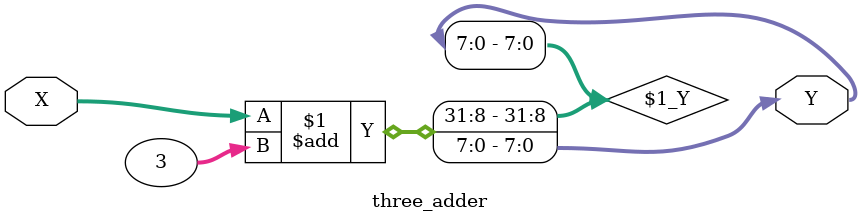
<source format=v>
module three_adder (X, Y);

input [7:0] X;

output [7:0] Y;

assign Y = X + 3;

endmodule  // three_adder
</source>
